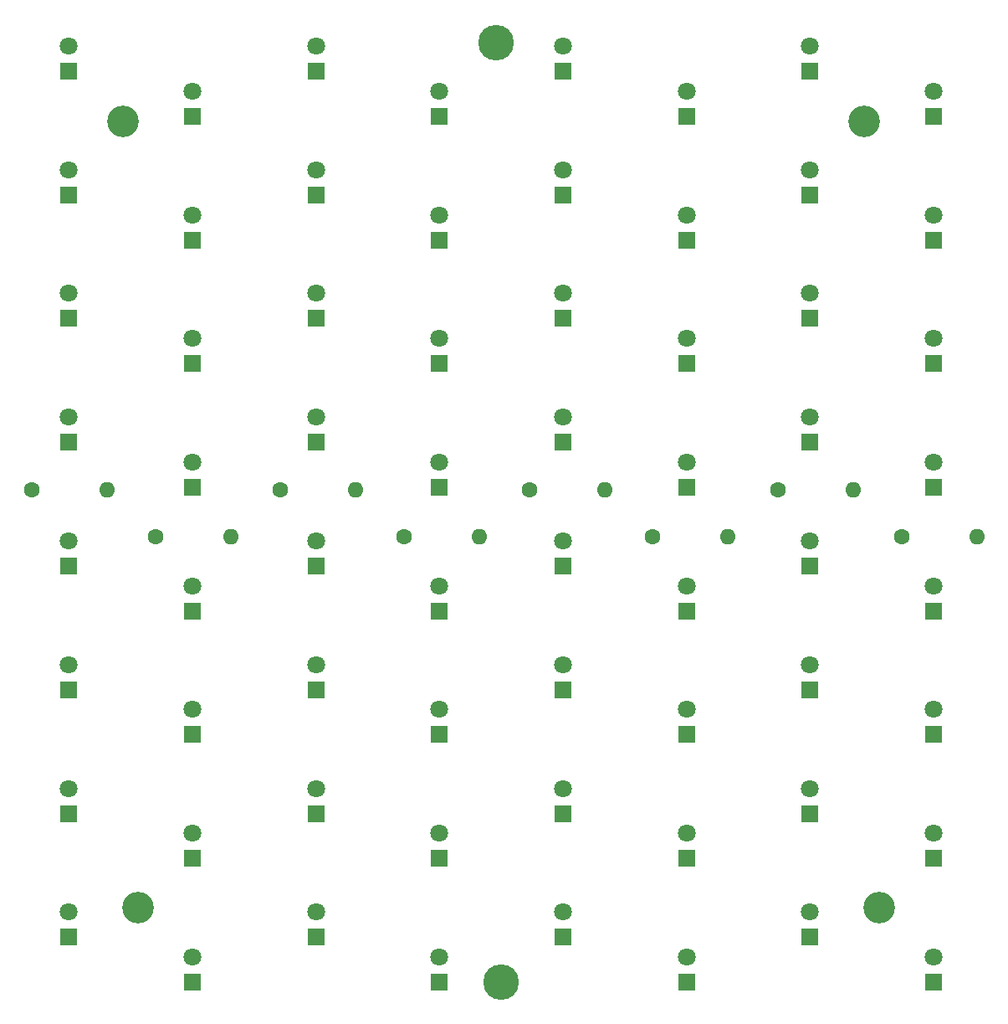
<source format=gbr>
G04 #@! TF.GenerationSoftware,KiCad,Pcbnew,(5.1.7)-1*
G04 #@! TF.CreationDate,2020-10-28T10:47:30+01:00*
G04 #@! TF.ProjectId,LED_Panel,4c45445f-5061-46e6-956c-2e6b69636164,rev?*
G04 #@! TF.SameCoordinates,Original*
G04 #@! TF.FileFunction,Soldermask,Top*
G04 #@! TF.FilePolarity,Negative*
%FSLAX46Y46*%
G04 Gerber Fmt 4.6, Leading zero omitted, Abs format (unit mm)*
G04 Created by KiCad (PCBNEW (5.1.7)-1) date 2020-10-28 10:47:30*
%MOMM*%
%LPD*%
G01*
G04 APERTURE LIST*
%ADD10C,3.600000*%
%ADD11C,3.200000*%
%ADD12O,1.600000X1.600000*%
%ADD13C,1.600000*%
%ADD14C,1.800000*%
%ADD15R,1.800000X1.800000*%
G04 APERTURE END LIST*
D10*
X70500000Y-37500000D03*
X71000000Y-132500000D03*
D11*
X107750000Y-45500000D03*
X32750000Y-45500000D03*
X109250000Y-125000000D03*
X34250000Y-125000000D03*
D12*
X119120000Y-87500000D03*
D13*
X111500000Y-87500000D03*
D12*
X106620000Y-82750000D03*
D13*
X99000000Y-82750000D03*
D12*
X93953332Y-87500000D03*
D13*
X86333332Y-87500000D03*
D12*
X81453332Y-82750000D03*
D13*
X73833332Y-82750000D03*
D12*
X68786666Y-87500000D03*
D13*
X61166666Y-87500000D03*
D12*
X56286666Y-82750000D03*
D13*
X48666666Y-82750000D03*
D12*
X43620000Y-87500000D03*
D13*
X36000000Y-87500000D03*
D12*
X31120000Y-82750000D03*
D13*
X23500000Y-82750000D03*
D14*
X114750000Y-129960000D03*
D15*
X114750000Y-132500000D03*
D14*
X114750000Y-117460000D03*
D15*
X114750000Y-120000000D03*
D14*
X114750000Y-104960000D03*
D15*
X114750000Y-107500000D03*
D14*
X114750000Y-92460000D03*
D15*
X114750000Y-95000000D03*
D14*
X114750000Y-79960000D03*
D15*
X114750000Y-82500000D03*
D14*
X114750000Y-67460000D03*
D15*
X114750000Y-70000000D03*
D14*
X114750000Y-54960000D03*
D15*
X114750000Y-57500000D03*
D14*
X114750000Y-42460000D03*
D15*
X114750000Y-45000000D03*
D14*
X102250000Y-125460000D03*
D15*
X102250000Y-128000000D03*
D14*
X102250000Y-112945710D03*
D15*
X102250000Y-115485710D03*
D14*
X102250000Y-100431425D03*
D15*
X102250000Y-102971425D03*
D14*
X102250000Y-87917140D03*
D15*
X102250000Y-90457140D03*
D14*
X102250000Y-75402855D03*
D15*
X102250000Y-77942855D03*
D14*
X102250000Y-62888570D03*
D15*
X102250000Y-65428570D03*
D14*
X102250000Y-50374285D03*
D15*
X102250000Y-52914285D03*
D14*
X102250000Y-37860000D03*
D15*
X102250000Y-40400000D03*
D14*
X89750000Y-129960000D03*
D15*
X89750000Y-132500000D03*
D14*
X89750000Y-117460000D03*
D15*
X89750000Y-120000000D03*
D14*
X89750000Y-104960000D03*
D15*
X89750000Y-107500000D03*
D14*
X89750000Y-92460000D03*
D15*
X89750000Y-95000000D03*
D14*
X89750000Y-79960000D03*
D15*
X89750000Y-82500000D03*
D14*
X89750000Y-67460000D03*
D15*
X89750000Y-70000000D03*
D14*
X89750000Y-54960000D03*
D15*
X89750000Y-57500000D03*
D14*
X89750000Y-42460000D03*
D15*
X89750000Y-45000000D03*
D14*
X77250000Y-125460000D03*
D15*
X77250000Y-128000000D03*
D14*
X77250000Y-112945710D03*
D15*
X77250000Y-115485710D03*
D14*
X77250000Y-100431425D03*
D15*
X77250000Y-102971425D03*
D14*
X77250000Y-87917140D03*
D15*
X77250000Y-90457140D03*
D14*
X77250000Y-75402855D03*
D15*
X77250000Y-77942855D03*
D14*
X77250000Y-62888570D03*
D15*
X77250000Y-65428570D03*
D14*
X77250000Y-50374285D03*
D15*
X77250000Y-52914285D03*
D14*
X77250000Y-37860000D03*
D15*
X77250000Y-40400000D03*
D14*
X64750000Y-129960000D03*
D15*
X64750000Y-132500000D03*
D14*
X64750000Y-117460000D03*
D15*
X64750000Y-120000000D03*
D14*
X64750000Y-104960000D03*
D15*
X64750000Y-107500000D03*
D14*
X64750000Y-92460000D03*
D15*
X64750000Y-95000000D03*
D14*
X64750000Y-79960000D03*
D15*
X64750000Y-82500000D03*
D14*
X64750000Y-67460000D03*
D15*
X64750000Y-70000000D03*
D14*
X64750000Y-54960000D03*
D15*
X64750000Y-57500000D03*
D14*
X64750000Y-42460000D03*
D15*
X64750000Y-45000000D03*
D14*
X52250000Y-125460000D03*
D15*
X52250000Y-128000000D03*
D14*
X52250000Y-112945710D03*
D15*
X52250000Y-115485710D03*
D14*
X52250000Y-100431425D03*
D15*
X52250000Y-102971425D03*
D14*
X52250000Y-87917140D03*
D15*
X52250000Y-90457140D03*
D14*
X52250000Y-75402855D03*
D15*
X52250000Y-77942855D03*
D14*
X52250000Y-62888570D03*
D15*
X52250000Y-65428570D03*
D14*
X52250000Y-50374285D03*
D15*
X52250000Y-52914285D03*
D14*
X52250000Y-37860000D03*
D15*
X52250000Y-40400000D03*
D14*
X39750000Y-129960000D03*
D15*
X39750000Y-132500000D03*
D14*
X39750000Y-117460000D03*
D15*
X39750000Y-120000000D03*
D14*
X39750000Y-104960000D03*
D15*
X39750000Y-107500000D03*
D14*
X39750000Y-92460000D03*
D15*
X39750000Y-95000000D03*
D14*
X39750000Y-79960000D03*
D15*
X39750000Y-82500000D03*
D14*
X39750000Y-67460000D03*
D15*
X39750000Y-70000000D03*
D14*
X39750000Y-54960000D03*
D15*
X39750000Y-57500000D03*
D14*
X39750000Y-42460000D03*
D15*
X39750000Y-45000000D03*
D14*
X27250000Y-125460000D03*
D15*
X27250000Y-128000000D03*
D14*
X27250000Y-112945710D03*
D15*
X27250000Y-115485710D03*
D14*
X27250000Y-100431425D03*
D15*
X27250000Y-102971425D03*
D14*
X27250000Y-87917140D03*
D15*
X27250000Y-90457140D03*
D14*
X27250000Y-75402855D03*
D15*
X27250000Y-77942855D03*
D14*
X27250000Y-62888570D03*
D15*
X27250000Y-65428570D03*
D14*
X27250000Y-50374285D03*
D15*
X27250000Y-52914285D03*
D14*
X27250000Y-37860000D03*
D15*
X27250000Y-40400000D03*
M02*

</source>
